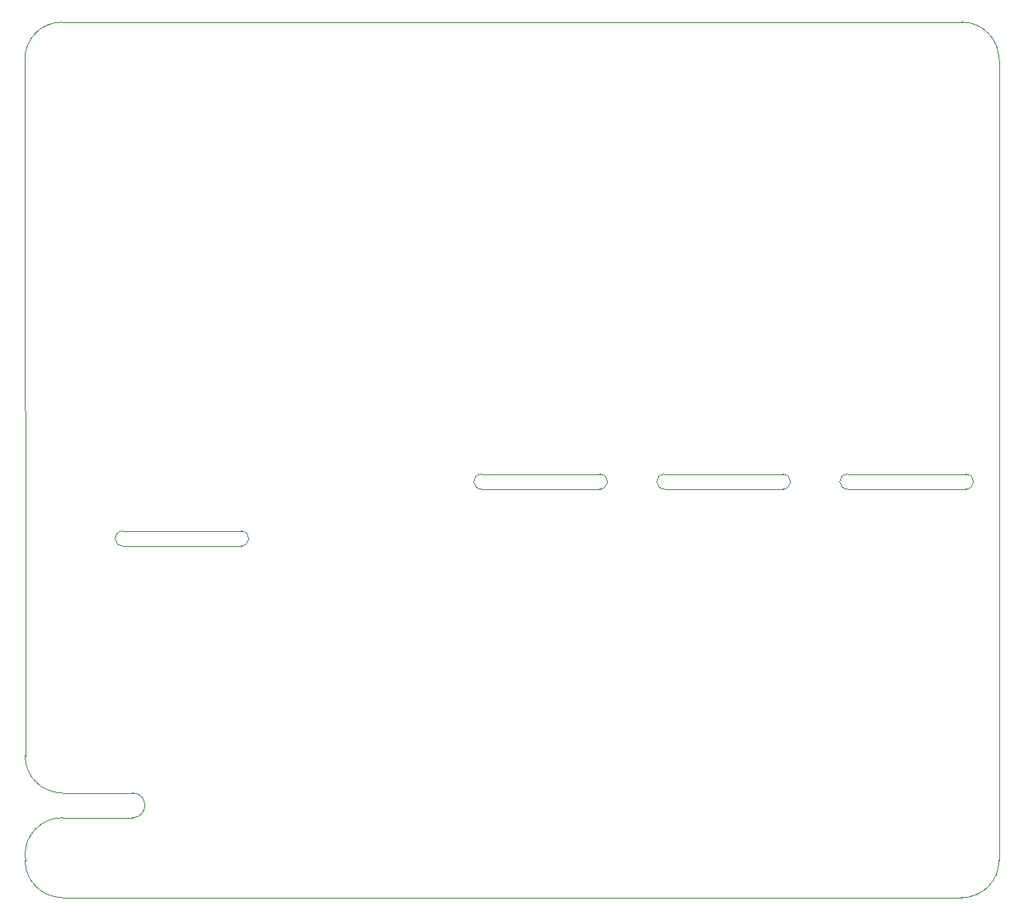
<source format=gm1>
%TF.GenerationSoftware,KiCad,Pcbnew,6.0.4-6f826c9f35~116~ubuntu20.04.1*%
%TF.CreationDate,2022-05-05T18:32:33+02:00*%
%TF.ProjectId,tfm,74666d2e-6b69-4636-9164-5f7063625858,1.0*%
%TF.SameCoordinates,Original*%
%TF.FileFunction,Profile,NP*%
%FSLAX46Y46*%
G04 Gerber Fmt 4.6, Leading zero omitted, Abs format (unit mm)*
G04 Created by KiCad (PCBNEW 6.0.4-6f826c9f35~116~ubuntu20.04.1) date 2022-05-05 18:32:33*
%MOMM*%
%LPD*%
G01*
G04 APERTURE LIST*
%TA.AperFunction,Profile*%
%ADD10C,0.100000*%
%TD*%
G04 APERTURE END LIST*
D10*
X176276000Y-94996000D02*
X164084000Y-94996000D01*
X194645923Y-136995923D02*
G75*
G03*
X198455923Y-133185923I-23J3810023D01*
G01*
X157480000Y-93472000D02*
X145288000Y-93472000D01*
X120650000Y-99314000D02*
X108458000Y-99314000D01*
X109474000Y-128778000D02*
G75*
G03*
X109474000Y-126238000I0J1270000D01*
G01*
X108458000Y-99314000D02*
G75*
G03*
X108458000Y-100838000I0J-762000D01*
G01*
X176276000Y-94996000D02*
G75*
G03*
X176276000Y-93472000I0J762000D01*
G01*
X176276000Y-93472000D02*
X164084000Y-93472000D01*
X198455923Y-133185923D02*
X198448523Y-50800000D01*
X195072000Y-94996000D02*
X182880000Y-94996000D01*
X164084000Y-93472000D02*
G75*
G03*
X164084000Y-94996000I0J-762000D01*
G01*
X102264077Y-126235923D02*
X109474000Y-126238000D01*
X98444077Y-132594077D02*
X98454077Y-133175923D01*
X145288000Y-93472000D02*
G75*
G03*
X145288000Y-94996000I0J-762000D01*
G01*
X120650000Y-100838000D02*
X108458000Y-100838000D01*
X157480000Y-94996000D02*
X145288000Y-94996000D01*
X157480000Y-94996000D02*
G75*
G03*
X157480000Y-93472000I0J762000D01*
G01*
X98425000Y-50800000D02*
X98454077Y-122425923D01*
X182880000Y-93472000D02*
G75*
G03*
X182880000Y-94996000I0J-762000D01*
G01*
X102235000Y-46990000D02*
G75*
G03*
X98425000Y-50800000I0J-3810000D01*
G01*
X102254077Y-128784077D02*
G75*
G03*
X98444077Y-132594077I23J-3810023D01*
G01*
X102264077Y-136985923D02*
X194645923Y-136995923D01*
X120650000Y-100838000D02*
G75*
G03*
X120650000Y-99314000I0J762000D01*
G01*
X194638523Y-46990000D02*
X102235000Y-46990000D01*
X109474000Y-128778000D02*
X102254077Y-128784077D01*
X195072000Y-94996000D02*
G75*
G03*
X195072000Y-93472000I0J762000D01*
G01*
X195072000Y-93472000D02*
X182880000Y-93472000D01*
X98454077Y-133175923D02*
G75*
G03*
X102264077Y-136985923I3810023J23D01*
G01*
X98454077Y-122425923D02*
G75*
G03*
X102264077Y-126235923I3810023J23D01*
G01*
X198448500Y-50800000D02*
G75*
G03*
X194638523Y-46990000I-3810000J0D01*
G01*
M02*

</source>
